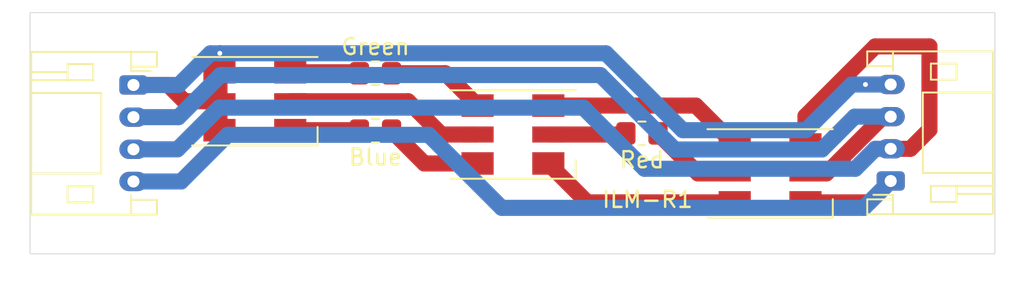
<source format=kicad_pcb>
(kicad_pcb (version 20240108) (generator "pcbnew") (generator_version "8.0")
  (layers (0 "F.Cu" signal) (31 "B.Cu" signal) (34 "B.Paste" user) (35 "F.Paste" user) (36 "B.SilkS" user "B.Silkscreen") (37 "F.SilkS" user "F.Silkscreen") (38 "B.Mask" user) (39 "F.Mask" user) (44 "Edge.Cuts" user))
  (net 0 "")
  (net 1 "Net-(D1-AB)")
  (net 2 "Net-(D1-KR)")
  (net 3 "Net-(D1-KG)")
  (net 4 "Net-(D1-KB)")
  (net 5 "Net-(D2-KR)")
  (net 6 "Net-(D2-AG)")
  (net 7 "Net-(D2-AB)")
  (net 8 "Net-(D2-KB)")
  (net 9 "Net-(D2-KG)")
  (net 10 "Net-(D3-KB)")
  (net 11 "Net-(D3-KG)")
  (net 12 "Net-(D3-AR)")
  (net 13 "Net-(D3-KR)")
  (footprint "MountingHole:MountingHole_3.2mm_M3" (layer "F.Cu") (at 115.03 72.26)
    (property "Reference" "H2" (hide yes))
    (property "Value" "MountingHole")
    (pad "" np_thru_hole circle (at 0 0) (size 3.2 3.2) (drill 3.2) (layers "F&B.Cu"))
  )
  (footprint "LED_SMD:LED_Inolux_IN-P55TATRGB_PLCC6_5.0x5.5mm_P1.8mm" (layer "F.Cu") (at 113.98 65.51 180)
    (property "Reference" "D1" (hide yes))
    (property "Value" "Inolux_IN-P55TATRGB")
    (fp_line (start -3.9 2.75) (end 3.9 2.75) (stroke (width 0.12)) (layer "F.SilkS"))
    (fp_line (start -3.9 -1.6) (end -3.9 -2.75) (stroke (width 0.12)) (layer "F.SilkS"))
    (fp_line (start -3.9 -2.75) (end 3.9 -2.75) (stroke (width 0.12)) (layer "F.SilkS"))
    (pad "1" smd rect (at -2.2 -1.8 180) (size 2 1.4) (layers "F.Cu" "F.Paste" "F.Mask") (net 4 "Net-(D1-KB)"))
    (pad "2" smd rect (at -2.2 0 180) (size 2 1) (layers "F.Cu" "F.Paste" "F.Mask") (net 2 "Net-(D1-KR)"))
    (pad "3" smd rect (at -2.2 1.8 180) (size 2 1.4) (layers "F.Cu" "F.Paste" "F.Mask") (net 3 "Net-(D1-KG)"))
    (pad "4" smd rect (at 2.2 1.8 180) (size 2 1.4) (layers "F.Cu" "F.Paste" "F.Mask") (net 1 "Net-(D1-AB)"))
    (pad "5" smd rect (at 2.2 0 180) (size 2 1) (layers "F.Cu" "F.Paste" "F.Mask") (net 1 "Net-(D1-AB)"))
    (pad "6" smd rect (at 2.2 -1.8 180) (size 2 1.4) (layers "F.Cu" "F.Paste" "F.Mask") (net 1 "Net-(D1-AB)"))
  )
  (footprint "MountingHole:MountingHole_3.2mm_M3" (layer "F.Cu") (at 145.18 62.69)
    (property "Reference" "H1" (hide yes))
    (property "Value" "MountingHole")
    (pad "" np_thru_hole circle (at 0 0) (size 3.2 3.2) (drill 3.2) (layers "F&B.Cu" "B.Mask"))
  )
  (footprint "Resistor_SMD:R_0805_2012Metric_Pad1.20x1.40mm_HandSolder" (layer "F.Cu") (at 121.48 67.34 180)
    (property "Reference" "Blue" (at 0 -1.65 180) (layer "F.SilkS"))
    (property "Value" "150")
    (fp_line (start -0.227064 0.735) (end 0.227064 0.735) (stroke (width 0.12)) (layer "F.SilkS"))
    (fp_line (start -0.227064 -0.735) (end 0.227064 -0.735) (stroke (width 0.12)) (layer "F.SilkS"))
    (pad "1" smd roundrect (at -1 0 180) (size 1.2 1.4) (layers "F.Cu" "F.Paste" "F.Mask") (roundrect_rratio 0.208333) (net 7 "Net-(D2-AB)"))
    (pad "2" smd roundrect (at 1 0 180) (size 1.2 1.4) (layers "F.Cu" "F.Paste" "F.Mask") (roundrect_rratio 0.208333) (net 4 "Net-(D1-KB)"))
  )
  (footprint "LED_SMD:LED_Inolux_IN-P55TATRGB_PLCC6_5.0x5.5mm_P1.8mm" (layer "F.Cu") (at 130.03 67.58 180)
    (property "Reference" "D2" (hide yes))
    (property "Value" "Inolux_IN-P55TATRGB")
    (fp_line (start -3.9 2.75) (end 3.9 2.75) (stroke (width 0.12)) (layer "F.SilkS"))
    (fp_line (start -3.9 -1.6) (end -3.9 -2.75) (stroke (width 0.12)) (layer "F.SilkS"))
    (fp_line (start -3.9 -2.75) (end 3.9 -2.75) (stroke (width 0.12)) (layer "F.SilkS"))
    (pad "1" smd rect (at -2.2 -1.8 180) (size 2 1.4) (layers "F.Cu" "F.Paste" "F.Mask") (net 8 "Net-(D2-KB)"))
    (pad "2" smd rect (at -2.2 0 180) (size 2 1) (layers "F.Cu" "F.Paste" "F.Mask") (net 5 "Net-(D2-KR)"))
    (pad "3" smd rect (at -2.2 1.8 180) (size 2 1.4) (layers "F.Cu" "F.Paste" "F.Mask") (net 9 "Net-(D2-KG)"))
    (pad "4" smd rect (at 2.2 1.8 180) (size 2 1.4) (layers "F.Cu" "F.Paste" "F.Mask") (net 6 "Net-(D2-AG)"))
    (pad "5" smd rect (at 2.2 0 180) (size 2 1) (layers "F.Cu" "F.Paste" "F.Mask") (net 2 "Net-(D1-KR)"))
    (pad "6" smd rect (at 2.2 -1.8 180) (size 2 1.4) (layers "F.Cu" "F.Paste" "F.Mask") (net 7 "Net-(D2-AB)"))
  )
  (footprint "Resistor_SMD:R_0805_2012Metric_Pad1.20x1.40mm_HandSolder" (layer "F.Cu") (at 138.05 67.51 180)
    (property "Reference" "Red" (at 0 -1.65 180) (layer "F.SilkS"))
    (property "Value" "450")
    (fp_line (start -0.227064 0.735) (end 0.227064 0.735) (stroke (width 0.12)) (layer "F.SilkS"))
    (fp_line (start -0.227064 -0.735) (end 0.227064 -0.735) (stroke (width 0.12)) (layer "F.SilkS"))
    (pad "1" smd roundrect (at -1 0 180) (size 1.2 1.4) (layers "F.Cu" "F.Paste" "F.Mask") (roundrect_rratio 0.208333) (net 12 "Net-(D3-AR)"))
    (pad "2" smd roundrect (at 1 0 180) (size 1.2 1.4) (layers "F.Cu" "F.Paste" "F.Mask") (roundrect_rratio 0.208333) (net 5 "Net-(D2-KR)"))
  )
  (footprint "Connector_JST:JST_PH_S4B-PH-K_1x04_P2.00mm_Horizontal" (layer "F.Cu") (at 153.52 70.47 90)
    (property "Reference" "J2" (hide yes))
    (property "Value" "ConnRightNP")
    (fp_line (start 8.06 -1.46) (end 7.14 -1.46) (stroke (width 0.12)) (layer "F.SilkS"))
    (fp_line (start 7.14 -1.46) (end 7.14 0.14) (stroke (width 0.12)) (layer "F.SilkS"))
    (fp_line (start -1.14 -1.46) (end -2.06 -1.46) (stroke (width 0.12)) (layer "F.SilkS"))
    (fp_line (start -2.06 -1.46) (end -2.06 6.36) (stroke (width 0.12)) (layer "F.SilkS"))
    (fp_line (start 8.06 0.14) (end 7.14 0.14) (stroke (width 0.12)) (layer "F.SilkS"))
    (fp_line (start 7.14 0.14) (end 6.86 0.14) (stroke (width 0.12)) (layer "F.SilkS"))
    (fp_line (start -0.86 0.14) (end -0.86 -1.075) (stroke (width 0.12)) (layer "F.SilkS"))
    (fp_line (start -0.86 0.14) (end -1.14 0.14) (stroke (width 0.12)) (layer "F.SilkS"))
    (fp_line (start -1.14 0.14) (end -1.14 -1.46) (stroke (width 0.12)) (layer "F.SilkS"))
    (fp_line (start -2.06 0.14) (end -1.14 0.14) (stroke (width 0.12)) (layer "F.SilkS"))
    (fp_line (start 5.5 2) (end 5.5 6.36) (stroke (width 0.12)) (layer "F.SilkS"))
    (fp_line (start 0.5 2) (end 5.5 2) (stroke (width 0.12)) (layer "F.SilkS"))
    (fp_line (start 7.3 2.5) (end 7.3 4.1) (stroke (width 0.12)) (layer "F.SilkS"))
    (fp_line (start 6.3 2.5) (end 7.3 2.5) (stroke (width 0.12)) (layer "F.SilkS"))
    (fp_line (start -0.3 2.5) (end -1.3 2.5) (stroke (width 0.12)) (layer "F.SilkS"))
    (fp_line (start -1.3 2.5) (end -1.3 4.1) (stroke (width 0.12)) (layer "F.SilkS"))
    (fp_line (start 7.3 4.1) (end 6.3 4.1) (stroke (width 0.12)) (layer "F.SilkS"))
    (fp_line (start 6.3 4.1) (end 6.3 2.5) (stroke (width 0.12)) (layer "F.SilkS"))
    (fp_line (start -0.3 4.1) (end -0.3 2.5) (stroke (width 0.12)) (layer "F.SilkS"))
    (fp_line (start -0.3 4.1) (end -0.3 6.36) (stroke (width 0.12)) (layer "F.SilkS"))
    (fp_line (start -0.8 4.1) (end -0.8 6.36) (stroke (width 0.12)) (layer "F.SilkS"))
    (fp_line (start -1.3 4.1) (end -0.3 4.1) (stroke (width 0.12)) (layer "F.SilkS"))
    (fp_line (start 8.06 6.36) (end 8.06 -1.46) (stroke (width 0.12)) (layer "F.SilkS"))
    (fp_line (start 0.5 6.36) (end 0.5 2) (stroke (width 0.12)) (layer "F.SilkS"))
    (fp_line (start -2.06 6.36) (end 8.06 6.36) (stroke (width 0.12)) (layer "F.SilkS"))
    (pad "1" thru_hole roundrect (at 0 0 90) (size 1.2 1.75) (drill 0.75) (layers "*.Cu" "*.Mask") (roundrect_rratio 0.208333) (net 10 "Net-(D3-KB)"))
    (pad "2" thru_hole oval (at 2 0 90) (size 1.2 1.75) (drill 0.75) (layers "*.Cu" "*.Mask") (net 11 "Net-(D3-KG)"))
    (pad "3" thru_hole oval (at 4 0 90) (size 1.2 1.75) (drill 0.75) (layers "*.Cu" "*.Mask") (net 13 "Net-(D3-KR)"))
    (pad "4" thru_hole oval (at 6 0 90) (size 1.2 1.75) (drill 0.75) (layers "*.Cu" "*.Mask") (net 1 "Net-(D1-AB)"))
  )
  (footprint "Connector_JST:JST_PH_S4B-PH-K_1x04_P2.00mm_Horizontal" (layer "F.Cu") (at 106.43 64.5 -90)
    (property "Reference" "J1" (hide yes))
    (property "Value" "ConnLeft")
    (fp_line (start -2.06 6.36) (end 8.06 6.36) (stroke (width 0.12)) (layer "F.SilkS"))
    (fp_line (start 0.5 6.36) (end 0.5 2) (stroke (width 0.12)) (layer "F.SilkS"))
    (fp_line (start 8.06 6.36) (end 8.06 -1.46) (stroke (width 0.12)) (layer "F.SilkS"))
    (fp_line (start -1.3 4.1) (end -0.3 4.1) (stroke (width 0.12)) (layer "F.SilkS"))
    (fp_line (start -0.8 4.1) (end -0.8 6.36) (stroke (width 0.12)) (layer "F.SilkS"))
    (fp_line (start -0.3 4.1) (end -0.3 6.36) (stroke (width 0.12)) (layer "F.SilkS"))
    (fp_line (start -0.3 4.1) (end -0.3 2.5) (stroke (width 0.12)) (layer "F.SilkS"))
    (fp_line (start 6.3 4.1) (end 6.3 2.5) (stroke (width 0.12)) (layer "F.SilkS"))
    (fp_line (start 7.3 4.1) (end 6.3 4.1) (stroke (width 0.12)) (layer "F.SilkS"))
    (fp_line (start -1.3 2.5) (end -1.3 4.1) (stroke (width 0.12)) (layer "F.SilkS"))
    (fp_line (start -0.3 2.5) (end -1.3 2.5) (stroke (width 0.12)) (layer "F.SilkS"))
    (fp_line (start 6.3 2.5) (end 7.3 2.5) (stroke (width 0.12)) (layer "F.SilkS"))
    (fp_line (start 7.3 2.5) (end 7.3 4.1) (stroke (width 0.12)) (layer "F.SilkS"))
    (fp_line (start 0.5 2) (end 5.5 2) (stroke (width 0.12)) (layer "F.SilkS"))
    (fp_line (start 5.5 2) (end 5.5 6.36) (stroke (width 0.12)) (layer "F.SilkS"))
    (fp_line (start -2.06 0.14) (end -1.14 0.14) (stroke (width 0.12)) (layer "F.SilkS"))
    (fp_line (start -1.14 0.14) (end -1.14 -1.46) (stroke (width 0.12)) (layer "F.SilkS"))
    (fp_line (start -0.86 0.14) (end -1.14 0.14) (stroke (width 0.12)) (layer "F.SilkS"))
    (fp_line (start -0.86 0.14) (end -0.86 -1.075) (stroke (width 0.12)) (layer "F.SilkS"))
    (fp_line (start 7.14 0.14) (end 6.86 0.14) (stroke (width 0.12)) (layer "F.SilkS"))
    (fp_line (start 8.06 0.14) (end 7.14 0.14) (stroke (width 0.12)) (layer "F.SilkS"))
    (fp_line (start -2.06 -1.46) (end -2.06 6.36) (stroke (width 0.12)) (layer "F.SilkS"))
    (fp_line (start -1.14 -1.46) (end -2.06 -1.46) (stroke (width 0.12)) (layer "F.SilkS"))
    (fp_line (start 7.14 -1.46) (end 7.14 0.14) (stroke (width 0.12)) (layer "F.SilkS"))
    (fp_line (start 8.06 -1.46) (end 7.14 -1.46) (stroke (width 0.12)) (layer "F.SilkS"))
    (pad "1" thru_hole roundrect (at 0 0 270) (size 1.2 1.75) (drill 0.75) (layers "*.Cu" "*.Mask") (roundrect_rratio 0.208333) (net 1 "Net-(D1-AB)"))
    (pad "2" thru_hole oval (at 2 0 270) (size 1.2 1.75) (drill 0.75) (layers "*.Cu" "*.Mask") (net 13 "Net-(D3-KR)"))
    (pad "3" thru_hole oval (at 4 0 270) (size 1.2 1.75) (drill 0.75) (layers "*.Cu" "*.Mask") (net 11 "Net-(D3-KG)"))
    (pad "4" thru_hole oval (at 6 0 270) (size 1.2 1.75) (drill 0.75) (layers "*.Cu" "*.Mask") (net 10 "Net-(D3-KB)"))
  )
  (footprint "Resistor_SMD:R_0805_2012Metric_Pad1.20x1.40mm_HandSolder" (layer "F.Cu") (at 121.48 63.77)
    (property "Reference" "Green" (at 0 -1.65 0) (layer "F.SilkS"))
    (property "Value" "130")
    (fp_line (start -0.227064 -0.735) (end 0.227064 -0.735) (stroke (width 0.12)) (layer "F.SilkS"))
    (fp_line (start -0.227064 0.735) (end 0.227064 0.735) (stroke (width 0.12)) (layer "F.SilkS"))
    (pad "1" smd roundrect (at -1 0) (size 1.2 1.4) (layers "F.Cu" "F.Paste" "F.Mask") (roundrect_rratio 0.208333) (net 3 "Net-(D1-KG)"))
    (pad "2" smd roundrect (at 1 0) (size 1.2 1.4) (layers "F.Cu" "F.Paste" "F.Mask") (roundrect_rratio 0.208333) (net 6 "Net-(D2-AG)"))
  )
  (footprint "LED_SMD:LED_Inolux_IN-P55TATRGB_PLCC6_5.0x5.5mm_P1.8mm" (layer "F.Cu") (at 146.02 70 180)
    (property "Reference" "D3" (hide yes))
    (property "Value" "Inolux_IN-P55TATRGB")
    (fp_line (start -3.9 2.75) (end 3.9 2.75) (stroke (width 0.12)) (layer "F.SilkS"))
    (fp_line (start -3.9 -1.6) (end -3.9 -2.75) (stroke (width 0.12)) (layer "F.SilkS"))
    (fp_line (start -3.9 -2.75) (end 3.9 -2.75) (stroke (width 0.12)) (layer "F.SilkS"))
    (pad "1" smd rect (at -2.2 -1.8 180) (size 2 1.4) (layers "F.Cu" "F.Paste" "F.Mask") (net 10 "Net-(D3-KB)"))
    (pad "2" smd rect (at -2.2 0 180) (size 2 1) (layers "F.Cu" "F.Paste" "F.Mask") (net 13 "Net-(D3-KR)"))
    (pad "3" smd rect (at -2.2 1.8 180) (size 2 1.4) (layers "F.Cu" "F.Paste" "F.Mask") (net 11 "Net-(D3-KG)"))
    (pad "4" smd rect (at 2.2 1.8 180) (size 2 1.4) (layers "F.Cu" "F.Paste" "F.Mask") (net 9 "Net-(D2-KG)"))
    (pad "5" smd rect (at 2.2 0 180) (size 2 1) (layers "F.Cu" "F.Paste" "F.Mask") (net 12 "Net-(D3-AR)"))
    (pad "6" smd rect (at 2.2 -1.8 180) (size 2 1.4) (layers "F.Cu" "F.Paste" "F.Mask") (net 8 "Net-(D2-KB)"))
  )
  (gr_rect (start 100 60) (end 160 75) (stroke (width 0.05)) (fill none) (layer "Edge.Cuts"))
  (gr_text "ILM-R1" (at 135.49 72.21 0) (layer "F.SilkS") (effects (font (size 1 1)) (justify left bottom)))
  (segment (start 111.78 63.71) (end 111.78 62.55) (width 1) (layer "F.Cu") (net 1))
  (segment (start 153.52 64.47) (end 151.95 64.47) (width 1) (layer "F.Cu") (net 1))
  (segment (start 106.43 64.5) (end 108.59 64.5) (width 1) (layer "F.Cu") (net 1))
  (segment (start 111.78 62.55) (end 111.8 62.53) (width 1) (layer "F.Cu") (net 1))
  (segment (start 108.59 64.5) (end 109.6 65.51) (width 1) (layer "F.Cu") (net 1))
  (segment (start 109.6 65.51) (end 111.78 65.51) (width 1) (layer "F.Cu") (net 1))
  (segment (start 111.78 65.51) (end 111.78 63.71) (width 1) (layer "F.Cu") (net 1))
  (segment (start 111.78 67.31) (end 111.78 65.51) (width 1) (layer "F.Cu") (net 1))
  (via (at 111.8 62.53) (size 0.6) (drill 0.3) (layers "F.Cu" "B.Cu") (net 1))
  (via (at 151.95 64.47) (size 0.6) (drill 0.3) (layers "F.Cu" "B.Cu") (net 1))
  (segment (start 148.26 67.31) (end 140.59 67.31) (width 1) (layer "B.Cu") (net 1))
  (segment (start 109.25 64.5) (end 106.43 64.5) (width 1) (layer "B.Cu") (net 1))
  (segment (start 151.1 64.47) (end 148.26 67.31) (width 1) (layer "B.Cu") (net 1))
  (segment (start 135.81 62.53) (end 111.8 62.53) (width 1) (layer "B.Cu") (net 1))
  (segment (start 140.59 67.31) (end 135.81 62.53) (width 1) (layer "B.Cu") (net 1))
  (segment (start 153.52 64.47) (end 151.95 64.47) (width 1) (layer "B.Cu") (net 1))
  (segment (start 151.95 64.47) (end 151.1 64.47) (width 1) (layer "B.Cu") (net 1))
  (segment (start 111.8 62.53) (end 111.22 62.53) (width 1) (layer "B.Cu") (net 1))
  (segment (start 111.22 62.53) (end 109.25 64.5) (width 1) (layer "B.Cu") (net 1))
  (segment (start 125.58 67.58) (end 127.83 67.58) (width 1) (layer "F.Cu") (net 2))
  (segment (start 123.51 65.51) (end 125.58 67.58) (width 1) (layer "F.Cu") (net 2))
  (segment (start 116.18 65.51) (end 123.51 65.51) (width 1) (layer "F.Cu") (net 2))
  (segment (start 116.18 63.71) (end 120.42 63.71) (width 1) (layer "F.Cu") (net 3))
  (segment (start 120.42 63.71) (end 120.48 63.77) (width 1) (layer "F.Cu") (net 3))
  (segment (start 116.18 67.31) (end 120.45 67.31) (width 1) (layer "F.Cu") (net 4))
  (segment (start 120.45 67.31) (end 120.48 67.34) (width 1) (layer "F.Cu") (net 4))
  (segment (start 132.23 67.58) (end 136.98 67.58) (width 1) (layer "F.Cu") (net 5))
  (segment (start 136.98 67.58) (end 137.05 67.51) (width 1) (layer "F.Cu") (net 5))
  (segment (start 127.83 65.78) (end 125.82 63.77) (width 1) (layer "F.Cu") (net 6))
  (segment (start 125.82 63.77) (end 122.48 63.77) (width 1) (layer "F.Cu") (net 6))
  (segment (start 124.52 69.38) (end 127.83 69.38) (width 1) (layer "F.Cu") (net 7))
  (segment (start 122.48 67.34) (end 124.52 69.38) (width 1) (layer "F.Cu") (net 7))
  (segment (start 132.23 69.38) (end 134.65 71.8) (width 1) (layer "F.Cu") (net 8))
  (segment (start 134.65 71.8) (end 143.82 71.8) (width 1) (layer "F.Cu") (net 8))
  (segment (start 132.23 65.78) (end 141.4 65.78) (width 1) (layer "F.Cu") (net 9))
  (segment (start 141.4 65.78) (end 143.82 68.2) (width 1) (layer "F.Cu") (net 9))
  (segment (start 148.22 71.8) (end 152.19 71.8) (width 1) (layer "F.Cu") (net 10))
  (segment (start 152.19 71.8) (end 153.52 70.47) (width 1) (layer "F.Cu") (net 10))
  (segment (start 112.29 67.6) (end 109.39 70.5) (width 1) (layer "B.Cu") (net 10))
  (segment (start 124.79 67.6) (end 112.29 67.6) (width 1) (layer "B.Cu") (net 10))
  (segment (start 129.33 72.14) (end 124.79 67.6) (width 1) (layer "B.Cu") (net 10))
  (segment (start 109.39 70.5) (end 106.43 70.5) (width 1) (layer "B.Cu") (net 10))
  (segment (start 151.85 72.14) (end 129.33 72.14) (width 1) (layer "B.Cu") (net 10))
  (segment (start 153.52 70.47) (end 151.85 72.14) (width 1) (layer "B.Cu") (net 10))
  (segment (start 148.22 68.2) (end 148.22 66.44) (width 1) (layer "F.Cu") (net 11))
  (segment (start 155.93 62.1) (end 155.93 67.28) (width 1) (layer "F.Cu") (net 11))
  (segment (start 152.56 62.1) (end 155.93 62.1) (width 1) (layer "F.Cu") (net 11))
  (segment (start 155.93 67.28) (end 154.74 68.47) (width 1) (layer "F.Cu") (net 11))
  (segment (start 148.22 66.44) (end 152.56 62.1) (width 1) (layer "F.Cu") (net 11))
  (segment (start 154.74 68.47) (end 153.52 68.47) (width 1) (layer "F.Cu") (net 11))
  (segment (start 106.43 68.5) (end 109.17 68.5) (width 1) (layer "B.Cu") (net 11))
  (segment (start 134.41 65.91) (end 138.21 69.71) (width 1) (layer "B.Cu") (net 11))
  (segment (start 109.17 68.5) (end 111.76 65.91) (width 1) (layer "B.Cu") (net 11))
  (segment (start 111.76 65.91) (end 134.41 65.91) (width 1) (layer "B.Cu") (net 11))
  (segment (start 152.56 68.47) (end 153.52 68.47) (width 1) (layer "B.Cu") (net 11))
  (segment (start 138.21 69.71) (end 151.32 69.71) (width 1) (layer "B.Cu") (net 11))
  (segment (start 151.32 69.71) (end 152.56 68.47) (width 1) (layer "B.Cu") (net 11))
  (segment (start 153.49 68.5) (end 153.52 68.47) (width 1) (layer "B.Cu") (net 11))
  (segment (start 141.54 70) (end 143.82 70) (width 1) (layer "F.Cu") (net 12))
  (segment (start 139.05 67.51) (end 141.54 70) (width 1) (layer "F.Cu") (net 12))
  (segment (start 149.52 70) (end 153.05 66.47) (width 1) (layer "F.Cu") (net 13))
  (segment (start 148.22 70) (end 149.52 70) (width 1) (layer "F.Cu") (net 13))
  (segment (start 153.05 66.47) (end 153.52 66.47) (width 1) (layer "F.Cu") (net 13))
  (segment (start 106.43 66.5) (end 109.23 66.5) (width 1) (layer "B.Cu") (net 13))
  (segment (start 149.24 68.51) (end 151.28 66.47) (width 1) (layer "B.Cu") (net 13))
  (segment (start 140.092944 68.51) (end 149.24 68.51) (width 1) (layer "B.Cu") (net 13))
  (segment (start 111.85 63.88) (end 135.462944 63.88) (width 1) (layer "B.Cu") (net 13))
  (segment (start 153.49 66.5) (end 153.52 66.47) (width 1) (layer "B.Cu") (net 13))
  (segment (start 151.28 66.47) (end 153.52 66.47) (width 1) (layer "B.Cu") (net 13))
  (segment (start 135.462944 63.88) (end 140.092944 68.51) (width 1) (layer "B.Cu") (net 13))
  (segment (start 109.23 66.5) (end 111.85 63.88) (width 1) (layer "B.Cu") (net 13))
)
</source>
